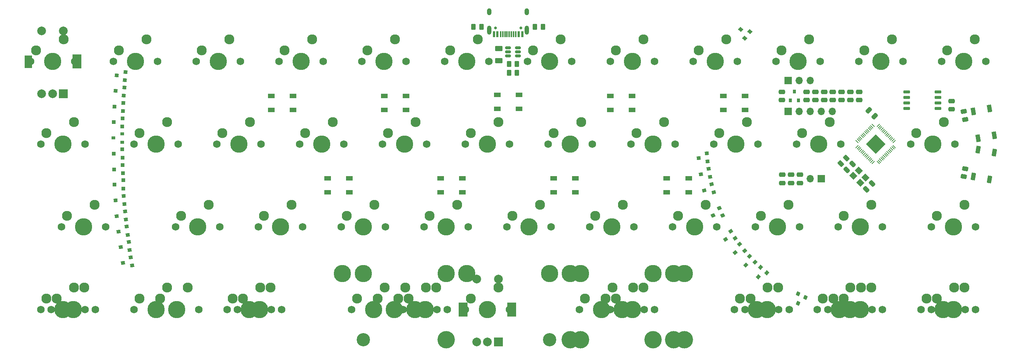
<source format=gbr>
%TF.GenerationSoftware,KiCad,Pcbnew,7.0.7*%
%TF.CreationDate,2023-09-30T22:32:59+02:00*%
%TF.ProjectId,dizzy40,64697a7a-7934-4302-9e6b-696361645f70,rev?*%
%TF.SameCoordinates,Original*%
%TF.FileFunction,Soldermask,Bot*%
%TF.FilePolarity,Negative*%
%FSLAX46Y46*%
G04 Gerber Fmt 4.6, Leading zero omitted, Abs format (unit mm)*
G04 Created by KiCad (PCBNEW 7.0.7) date 2023-09-30 22:32:59*
%MOMM*%
%LPD*%
G01*
G04 APERTURE LIST*
G04 Aperture macros list*
%AMRoundRect*
0 Rectangle with rounded corners*
0 $1 Rounding radius*
0 $2 $3 $4 $5 $6 $7 $8 $9 X,Y pos of 4 corners*
0 Add a 4 corners polygon primitive as box body*
4,1,4,$2,$3,$4,$5,$6,$7,$8,$9,$2,$3,0*
0 Add four circle primitives for the rounded corners*
1,1,$1+$1,$2,$3*
1,1,$1+$1,$4,$5*
1,1,$1+$1,$6,$7*
1,1,$1+$1,$8,$9*
0 Add four rect primitives between the rounded corners*
20,1,$1+$1,$2,$3,$4,$5,0*
20,1,$1+$1,$4,$5,$6,$7,0*
20,1,$1+$1,$6,$7,$8,$9,0*
20,1,$1+$1,$8,$9,$2,$3,0*%
%AMRotRect*
0 Rectangle, with rotation*
0 The origin of the aperture is its center*
0 $1 length*
0 $2 width*
0 $3 Rotation angle, in degrees counterclockwise*
0 Add horizontal line*
21,1,$1,$2,0,0,$3*%
G04 Aperture macros list end*
%ADD10C,1.750000*%
%ADD11C,3.987800*%
%ADD12C,2.300000*%
%ADD13C,4.000000*%
%ADD14C,3.048000*%
%ADD15R,1.600000X1.000000*%
%ADD16RotRect,0.900000X0.800000X205.000000*%
%ADD17RotRect,0.900000X0.800000X185.000000*%
%ADD18RoundRect,0.250000X-0.625000X0.375000X-0.625000X-0.375000X0.625000X-0.375000X0.625000X0.375000X0*%
%ADD19RotRect,0.900000X0.800000X186.000000*%
%ADD20RoundRect,0.250000X-0.475000X0.250000X-0.475000X-0.250000X0.475000X-0.250000X0.475000X0.250000X0*%
%ADD21RoundRect,0.250000X-0.159099X0.512652X-0.512652X0.159099X0.159099X-0.512652X0.512652X-0.159099X0*%
%ADD22RotRect,0.900000X0.800000X190.000000*%
%ADD23RotRect,0.900000X0.800000X182.000000*%
%ADD24RoundRect,0.250000X-0.488746X0.180370X-0.397581X-0.336654X0.488746X-0.180370X0.397581X0.336654X0*%
%ADD25RoundRect,0.250000X-0.132583X0.503814X-0.503814X0.132583X0.132583X-0.503814X0.503814X-0.132583X0*%
%ADD26R,1.700000X1.700000*%
%ADD27O,1.700000X1.700000*%
%ADD28RoundRect,0.250000X0.512652X0.159099X0.159099X0.512652X-0.512652X-0.159099X-0.159099X-0.512652X0*%
%ADD29RotRect,0.900000X0.800000X195.000000*%
%ADD30RotRect,0.900000X0.800000X187.000000*%
%ADD31RoundRect,0.250000X-0.262500X-0.450000X0.262500X-0.450000X0.262500X0.450000X-0.262500X0.450000X0*%
%ADD32R,0.800000X0.900000*%
%ADD33RotRect,0.900000X0.800000X218.000000*%
%ADD34RotRect,0.900000X0.800000X230.000000*%
%ADD35RoundRect,0.250000X0.475000X-0.250000X0.475000X0.250000X-0.475000X0.250000X-0.475000X-0.250000X0*%
%ADD36R,2.000000X2.000000*%
%ADD37C,2.000000*%
%ADD38R,2.000000X3.200000*%
%ADD39RotRect,0.900000X0.800000X177.000000*%
%ADD40RotRect,1.700000X1.000000X80.000000*%
%ADD41RotRect,0.900000X0.800000X223.000000*%
%ADD42RotRect,1.400000X1.200000X315.000000*%
%ADD43RotRect,1.700000X1.000000X100.000000*%
%ADD44RoundRect,0.250000X-0.397581X0.336654X-0.488746X-0.180370X0.397581X-0.336654X0.488746X0.180370X0*%
%ADD45RotRect,0.900000X0.800000X245.000000*%
%ADD46RotRect,0.900000X0.800000X176.000000*%
%ADD47RotRect,0.900000X0.800000X184.000000*%
%ADD48RotRect,0.900000X0.800000X213.000000*%
%ADD49RoundRect,0.150000X-0.650000X-0.150000X0.650000X-0.150000X0.650000X0.150000X-0.650000X0.150000X0*%
%ADD50RotRect,0.900000X0.800000X178.000000*%
%ADD51RotRect,0.900000X0.800000X140.000000*%
%ADD52RotRect,0.900000X0.800000X175.000000*%
%ADD53RoundRect,0.150000X0.512500X0.150000X-0.512500X0.150000X-0.512500X-0.150000X0.512500X-0.150000X0*%
%ADD54RoundRect,0.050000X0.309359X-0.238649X-0.238649X0.309359X-0.309359X0.238649X0.238649X-0.309359X0*%
%ADD55RoundRect,0.050000X0.309359X0.238649X0.238649X0.309359X-0.309359X-0.238649X-0.238649X-0.309359X0*%
%ADD56RoundRect,0.144000X2.059095X0.000000X0.000000X2.059095X-2.059095X0.000000X0.000000X-2.059095X0*%
%ADD57R,1.800000X3.000000*%
%ADD58C,0.650000*%
%ADD59R,0.600000X1.450000*%
%ADD60R,0.300000X1.450000*%
%ADD61O,1.000000X1.600000*%
%ADD62O,1.000000X2.100000*%
%ADD63R,0.900000X0.800000*%
%ADD64RoundRect,0.250000X0.262500X0.450000X-0.262500X0.450000X-0.262500X-0.450000X0.262500X-0.450000X0*%
%ADD65RotRect,0.900000X0.800000X181.000000*%
G04 APERTURE END LIST*
D10*
%TO.C,K18*%
X156862500Y-88910000D03*
D11*
X161942500Y-88910000D03*
D10*
X167022500Y-88910000D03*
D12*
X158132500Y-86370000D03*
X164482500Y-83830000D03*
%TD*%
D10*
%TO.C,K24*%
X71137500Y-107960000D03*
D11*
X76217500Y-107960000D03*
D10*
X81297500Y-107960000D03*
D12*
X72407500Y-105420000D03*
X78757500Y-102880000D03*
%TD*%
D10*
%TO.C,K42*%
X244968750Y-127010000D03*
D11*
X250048750Y-127010000D03*
D10*
X255128750Y-127010000D03*
D12*
X246238750Y-124470000D03*
X252588750Y-121930000D03*
%TD*%
D10*
%TO.C,K10*%
X209250000Y-69860000D03*
D11*
X214330000Y-69860000D03*
D10*
X219410000Y-69860000D03*
D12*
X210520000Y-67320000D03*
X216870000Y-64780000D03*
%TD*%
D10*
%TO.C,K7*%
X152100000Y-69860000D03*
D11*
X157180000Y-69860000D03*
D10*
X162260000Y-69860000D03*
D12*
X153370000Y-67320000D03*
X159720000Y-64780000D03*
%TD*%
D10*
%TO.C,K54*%
X121143750Y-127010000D03*
D11*
X126223750Y-127010000D03*
D10*
X131303750Y-127010000D03*
D12*
X122413750Y-124470000D03*
X128763750Y-121930000D03*
%TD*%
D10*
%TO.C,K22*%
X240206250Y-88910000D03*
D11*
X245286250Y-88910000D03*
D10*
X250366250Y-88910000D03*
D12*
X241476250Y-86370000D03*
X247826250Y-83830000D03*
%TD*%
D10*
%TO.C,K46*%
X116381250Y-127010000D03*
D11*
X121461250Y-127010000D03*
D10*
X126541250Y-127010000D03*
D12*
X117651250Y-124470000D03*
X124001250Y-121930000D03*
%TD*%
D10*
%TO.C,K45*%
X123525000Y-127010000D03*
D11*
X128605000Y-127010000D03*
D10*
X133685000Y-127010000D03*
D12*
X124795000Y-124470000D03*
X131145000Y-121930000D03*
%TD*%
D10*
%TO.C,K26*%
X109237500Y-107960000D03*
D11*
X114317500Y-107960000D03*
D10*
X119397500Y-107960000D03*
D12*
X110507500Y-105420000D03*
X116857500Y-102880000D03*
%TD*%
D10*
%TO.C,K30*%
X185437500Y-107960000D03*
D11*
X190517500Y-107960000D03*
D10*
X195597500Y-107960000D03*
D12*
X186707500Y-105420000D03*
X193057500Y-102880000D03*
%TD*%
D10*
%TO.C,K49*%
X242587500Y-127010000D03*
D11*
X247667500Y-127010000D03*
D10*
X252747500Y-127010000D03*
D12*
X243857500Y-124470000D03*
X250207500Y-121930000D03*
%TD*%
D10*
%TO.C,K37*%
X111618750Y-127010000D03*
D11*
X116698750Y-127010000D03*
D10*
X121778750Y-127010000D03*
D12*
X112888750Y-124470000D03*
X119238750Y-121930000D03*
%TD*%
D10*
%TO.C,K51*%
X42562500Y-127010000D03*
D11*
X47642500Y-127010000D03*
D10*
X52722500Y-127010000D03*
D12*
X43832500Y-124470000D03*
X50182500Y-121930000D03*
%TD*%
D10*
%TO.C,K5*%
X114000000Y-69860000D03*
D11*
X119080000Y-69860000D03*
D10*
X124160000Y-69860000D03*
D12*
X115270000Y-67320000D03*
X121620000Y-64780000D03*
%TD*%
D11*
%TO.C,J3*%
X133367500Y-118755000D03*
X109555000Y-118755000D03*
D13*
X133367500Y-133995000D03*
%TD*%
D10*
%TO.C,K32*%
X223537500Y-107960000D03*
D11*
X228617500Y-107960000D03*
D10*
X233697500Y-107960000D03*
D12*
X224807500Y-105420000D03*
X231157500Y-102880000D03*
%TD*%
D10*
%TO.C,K6*%
X133050000Y-69860000D03*
D11*
X138130000Y-69860000D03*
D10*
X143210000Y-69860000D03*
D12*
X134320000Y-67320000D03*
X140670000Y-64780000D03*
%TD*%
D11*
%TO.C,J5*%
X138130000Y-118755000D03*
D14*
X114317500Y-133995000D03*
D11*
X114317500Y-118755000D03*
%TD*%
D10*
%TO.C,K33*%
X244968750Y-107960000D03*
D11*
X250048750Y-107960000D03*
D10*
X255128750Y-107960000D03*
D12*
X246238750Y-105420000D03*
X252588750Y-102880000D03*
%TD*%
D10*
%TO.C,K29*%
X166387500Y-107960000D03*
D11*
X171467500Y-107960000D03*
D10*
X176547500Y-107960000D03*
D12*
X167657500Y-105420000D03*
X174007500Y-102880000D03*
%TD*%
D11*
%TO.C,J6*%
X180992500Y-118755000D03*
D14*
X157180000Y-133995000D03*
D11*
X157180000Y-118755000D03*
D13*
X180992500Y-133995000D03*
%TD*%
D10*
%TO.C,K35*%
X61612500Y-127010000D03*
D11*
X66692500Y-127010000D03*
D10*
X71772500Y-127010000D03*
D12*
X62882500Y-124470000D03*
X69232500Y-121930000D03*
%TD*%
D10*
%TO.C,K15*%
X99712500Y-88910000D03*
D11*
X104792500Y-88910000D03*
D10*
X109872500Y-88910000D03*
D12*
X100982500Y-86370000D03*
X107332500Y-83830000D03*
%TD*%
D10*
%TO.C,K31*%
X204487500Y-107960000D03*
D11*
X209567500Y-107960000D03*
D10*
X214647500Y-107960000D03*
D12*
X205757500Y-105420000D03*
X212107500Y-102880000D03*
%TD*%
D10*
%TO.C,K58*%
X223537500Y-127010000D03*
D11*
X228617500Y-127010000D03*
D10*
X233697500Y-127010000D03*
D12*
X224807500Y-124470000D03*
X231157500Y-121930000D03*
%TD*%
D10*
%TO.C,K38*%
X137812500Y-127010000D03*
D11*
X142892500Y-127010000D03*
D10*
X147972500Y-127010000D03*
D12*
X139082500Y-124470000D03*
X145432500Y-121930000D03*
%TD*%
D10*
%TO.C,K3*%
X75900000Y-69860000D03*
D11*
X80980000Y-69860000D03*
D10*
X86060000Y-69860000D03*
D12*
X77170000Y-67320000D03*
X83520000Y-64780000D03*
%TD*%
D10*
%TO.C,K19*%
X175912500Y-88910000D03*
D11*
X180992500Y-88910000D03*
D10*
X186072500Y-88910000D03*
D12*
X177182500Y-86370000D03*
X183532500Y-83830000D03*
%TD*%
D10*
%TO.C,K12*%
X40181250Y-88910000D03*
D11*
X45261250Y-88910000D03*
D10*
X50341250Y-88910000D03*
D12*
X41451250Y-86370000D03*
X47801250Y-83830000D03*
%TD*%
D10*
%TO.C,K9*%
X190200000Y-69860000D03*
D11*
X195280000Y-69860000D03*
D10*
X200360000Y-69860000D03*
D12*
X191470000Y-67320000D03*
X197820000Y-64780000D03*
%TD*%
D10*
%TO.C,K8*%
X171150000Y-69860000D03*
D11*
X176230000Y-69860000D03*
D10*
X181310000Y-69860000D03*
D12*
X172420000Y-67320000D03*
X178770000Y-64780000D03*
%TD*%
D10*
%TO.C,K56*%
X199725000Y-127010000D03*
D11*
X204805000Y-127010000D03*
D10*
X209885000Y-127010000D03*
D12*
X200995000Y-124470000D03*
X207345000Y-121930000D03*
%TD*%
D10*
%TO.C,K40*%
X202106250Y-127010000D03*
D11*
X207186250Y-127010000D03*
D10*
X212266250Y-127010000D03*
D12*
X203376250Y-124470000D03*
X209726250Y-121930000D03*
%TD*%
D10*
%TO.C,K36*%
X85425000Y-127010000D03*
D11*
X90505000Y-127010000D03*
D10*
X95585000Y-127010000D03*
D12*
X86695000Y-124470000D03*
X93045000Y-121930000D03*
%TD*%
D10*
%TO.C,K13*%
X61612500Y-88910000D03*
D11*
X66692500Y-88910000D03*
D10*
X71772500Y-88910000D03*
D12*
X62882500Y-86370000D03*
X69232500Y-83830000D03*
%TD*%
D10*
%TO.C,K21*%
X214012500Y-88910000D03*
D11*
X219092500Y-88910000D03*
D10*
X224172500Y-88910000D03*
D12*
X215282500Y-86370000D03*
X221632500Y-83830000D03*
%TD*%
D10*
%TO.C,K20*%
X194962500Y-88910000D03*
D11*
X200042500Y-88910000D03*
D10*
X205122500Y-88910000D03*
D12*
X196232500Y-86370000D03*
X202582500Y-83830000D03*
%TD*%
D11*
%TO.C,J7*%
X185755000Y-118755000D03*
X161942500Y-118755000D03*
D13*
X185755000Y-133995000D03*
X161942500Y-133995000D03*
%TD*%
D10*
%TO.C,K50*%
X218775000Y-127010000D03*
D11*
X223855000Y-127010000D03*
D10*
X228935000Y-127010000D03*
D12*
X220045000Y-124470000D03*
X226395000Y-121930000D03*
%TD*%
D10*
%TO.C,K57*%
X171150000Y-127010000D03*
D11*
X176230000Y-127010000D03*
D10*
X181310000Y-127010000D03*
D12*
X172420000Y-124470000D03*
X178770000Y-121930000D03*
%TD*%
D10*
%TO.C,K52*%
X66375000Y-127010000D03*
D11*
X71455000Y-127010000D03*
D10*
X76535000Y-127010000D03*
D12*
X67645000Y-124470000D03*
X73995000Y-121930000D03*
%TD*%
D10*
%TO.C,K23*%
X44943750Y-107960000D03*
D11*
X50023750Y-107960000D03*
D10*
X55103750Y-107960000D03*
D12*
X46213750Y-105420000D03*
X52563750Y-102880000D03*
%TD*%
D10*
%TO.C,K25*%
X90187500Y-107960000D03*
D11*
X95267500Y-107960000D03*
D10*
X100347500Y-107960000D03*
D12*
X91457500Y-105420000D03*
X97807500Y-102880000D03*
%TD*%
D11*
%TO.C,J8*%
X188136250Y-118755000D03*
X164323750Y-118755000D03*
D13*
X188136250Y-133995000D03*
X164323750Y-133995000D03*
%TD*%
D10*
%TO.C,K53*%
X83043750Y-127010000D03*
D11*
X88123750Y-127010000D03*
D10*
X93203750Y-127010000D03*
D12*
X84313750Y-124470000D03*
X90663750Y-121930000D03*
%TD*%
D10*
%TO.C,K28*%
X147337500Y-107960000D03*
D11*
X152417500Y-107960000D03*
D10*
X157497500Y-107960000D03*
D12*
X148607500Y-105420000D03*
X154957500Y-102880000D03*
%TD*%
D10*
%TO.C,K17*%
X137812500Y-88910000D03*
D11*
X142892500Y-88910000D03*
D10*
X147972500Y-88910000D03*
D12*
X139082500Y-86370000D03*
X145432500Y-83830000D03*
%TD*%
D10*
%TO.C,K39*%
X164006250Y-127010000D03*
D11*
X169086250Y-127010000D03*
D10*
X174166250Y-127010000D03*
D12*
X165276250Y-124470000D03*
X171626250Y-121930000D03*
%TD*%
D10*
%TO.C,K55*%
X168768750Y-127010000D03*
D11*
X173848750Y-127010000D03*
D10*
X178928750Y-127010000D03*
D12*
X170038750Y-124470000D03*
X176388750Y-121930000D03*
%TD*%
D10*
%TO.C,K4*%
X94950000Y-69860000D03*
D11*
X100030000Y-69860000D03*
D10*
X105110000Y-69860000D03*
D12*
X96220000Y-67320000D03*
X102570000Y-64780000D03*
%TD*%
D10*
%TO.C,K27*%
X128287500Y-107960000D03*
D11*
X133367500Y-107960000D03*
D10*
X138447500Y-107960000D03*
D12*
X129557500Y-105420000D03*
X135907500Y-102880000D03*
%TD*%
D10*
%TO.C,K59*%
X247350000Y-69860000D03*
D11*
X252430000Y-69860000D03*
D10*
X257510000Y-69860000D03*
D12*
X248620000Y-67320000D03*
X254970000Y-64780000D03*
%TD*%
D10*
%TO.C,K41*%
X221156250Y-127010000D03*
D11*
X226236250Y-127010000D03*
D10*
X231316250Y-127010000D03*
D12*
X222426250Y-124470000D03*
X228776250Y-121930000D03*
%TD*%
D10*
%TO.C,K34*%
X40181250Y-127010000D03*
D11*
X45261250Y-127010000D03*
D10*
X50341250Y-127010000D03*
D12*
X41451250Y-124470000D03*
X47801250Y-121930000D03*
%TD*%
D10*
%TO.C,K1*%
X37800000Y-69860000D03*
D11*
X42880000Y-69860000D03*
D10*
X47960000Y-69860000D03*
D12*
X39070000Y-67320000D03*
X45420000Y-64780000D03*
%TD*%
D10*
%TO.C,K11*%
X228300000Y-69860000D03*
D11*
X233380000Y-69860000D03*
D10*
X238460000Y-69860000D03*
D12*
X229570000Y-67320000D03*
X235920000Y-64780000D03*
%TD*%
D10*
%TO.C,K16*%
X118762500Y-88910000D03*
D11*
X123842500Y-88910000D03*
D10*
X128922500Y-88910000D03*
D12*
X120032500Y-86370000D03*
X126382500Y-83830000D03*
%TD*%
D10*
%TO.C,K2*%
X56850000Y-69860000D03*
D11*
X61930000Y-69860000D03*
D10*
X67010000Y-69860000D03*
D12*
X58120000Y-67320000D03*
X64470000Y-64780000D03*
%TD*%
D10*
%TO.C,K14*%
X80662500Y-88910000D03*
D11*
X85742500Y-88910000D03*
D10*
X90822500Y-88910000D03*
D12*
X81932500Y-86370000D03*
X88282500Y-83830000D03*
%TD*%
D15*
%TO.C,RGB7*%
X119150000Y-81020000D03*
X119150000Y-77820000D03*
X124150000Y-77820000D03*
X124150000Y-81020000D03*
%TD*%
D16*
%TO.C,D27*%
X196214820Y-103666389D03*
X197017795Y-105388374D03*
X194803692Y-105372618D03*
%TD*%
D17*
%TO.C,D26*%
X193374404Y-91027230D03*
X193540000Y-92920000D03*
X191464812Y-92147927D03*
%TD*%
D15*
%TO.C,RGB5*%
X145150000Y-80810000D03*
X145150000Y-77610000D03*
X150150000Y-77610000D03*
X150150000Y-80810000D03*
%TD*%
D18*
%TO.C,F0*%
X145500000Y-66880000D03*
X145500000Y-69680000D03*
%TD*%
D19*
%TO.C,D38*%
X59541823Y-104394217D03*
X59740427Y-106283808D03*
X57652081Y-105548069D03*
%TD*%
D20*
%TO.C,C6*%
X212750000Y-95970000D03*
X212750000Y-97870000D03*
%TD*%
%TO.C,C14*%
X226350000Y-76880000D03*
X226350000Y-78780000D03*
%TD*%
D21*
%TO.C,C3*%
X226881751Y-93528249D03*
X225538249Y-94871751D03*
%TD*%
D22*
%TO.C,D35*%
X60860000Y-115010000D03*
X61189932Y-116881135D03*
X59055350Y-116292864D03*
%TD*%
D23*
%TO.C,D30*%
X59100000Y-97260000D03*
X59166309Y-99158843D03*
X57134373Y-98279220D03*
%TD*%
D24*
%TO.C,R8*%
X252471546Y-81431363D03*
X252788454Y-83228637D03*
%TD*%
D22*
%TO.C,D20*%
X193760068Y-94618865D03*
X194090000Y-96490000D03*
X191955418Y-95901729D03*
%TD*%
D25*
%TO.C,R5*%
X225425235Y-92144765D03*
X224134765Y-93435235D03*
%TD*%
D20*
%TO.C,C12*%
X220310000Y-76880000D03*
X220310000Y-78780000D03*
%TD*%
D15*
%TO.C,RGB3*%
X171150000Y-81020000D03*
X171150000Y-77820000D03*
X176150000Y-77820000D03*
X176150000Y-81020000D03*
%TD*%
D26*
%TO.C,J1*%
X212070000Y-81400000D03*
D27*
X214610000Y-81400000D03*
X217150000Y-81400000D03*
X219690000Y-81400000D03*
X222230000Y-81400000D03*
%TD*%
D26*
%TO.C,J2*%
X212070000Y-74260000D03*
D27*
X214610000Y-74260000D03*
X217150000Y-74260000D03*
%TD*%
D28*
%TO.C,C10*%
X231921751Y-82491751D03*
X230578249Y-81148249D03*
%TD*%
D20*
%TO.C,C4*%
X218290000Y-76880000D03*
X218290000Y-78780000D03*
%TD*%
D29*
%TO.C,D22*%
X194460048Y-98163551D03*
X194951804Y-99998810D03*
X192774074Y-99598819D03*
%TD*%
D30*
%TO.C,D37*%
X59940000Y-107934162D03*
X60171552Y-109820000D03*
X58070684Y-109120819D03*
%TD*%
D31*
%TO.C,R7*%
X139687500Y-61920000D03*
X141512500Y-61920000D03*
%TD*%
D15*
%TO.C,RGB2*%
X189150000Y-96830000D03*
X189150000Y-100030000D03*
X184150000Y-100030000D03*
X184150000Y-96830000D03*
%TD*%
D32*
%TO.C,U4*%
X214420000Y-78830000D03*
X212520000Y-78830000D03*
X213470000Y-76830000D03*
%TD*%
D20*
%TO.C,C5*%
X249640000Y-78990000D03*
X249640000Y-80890000D03*
%TD*%
%TO.C,C8*%
X214800000Y-95970000D03*
X214800000Y-97870000D03*
%TD*%
D31*
%TO.C,R4*%
X147847500Y-70500000D03*
X149672500Y-70500000D03*
%TD*%
D20*
%TO.C,C11*%
X222330000Y-76880000D03*
X222330000Y-78780000D03*
%TD*%
D15*
%TO.C,RGB9*%
X98150000Y-77820000D03*
X98150000Y-81020000D03*
X93150000Y-81020000D03*
X93150000Y-77820000D03*
%TD*%
D33*
%TO.C,D28*%
X200880243Y-111952779D03*
X202050000Y-113450000D03*
X199889100Y-113932712D03*
%TD*%
D20*
%TO.C,C9*%
X228370000Y-76880000D03*
X228370000Y-78780000D03*
%TD*%
D34*
%TO.C,D32*%
X205715045Y-117323307D03*
X207170530Y-118544604D03*
X205157212Y-119466044D03*
%TD*%
D35*
%TO.C,C1*%
X210620000Y-78780000D03*
X210620000Y-76880000D03*
%TD*%
D23*
%TO.C,D29*%
X58976236Y-93715679D03*
X59042545Y-95614522D03*
X57010609Y-94734899D03*
%TD*%
D30*
%TO.C,D36*%
X60380000Y-111460000D03*
X60611552Y-113345838D03*
X58510684Y-112646657D03*
%TD*%
D36*
%TO.C,ENC2*%
X145392500Y-134510000D03*
D37*
X140392500Y-134510000D03*
X142892500Y-134510000D03*
D38*
X137292500Y-127010000D03*
X148492500Y-127010000D03*
D37*
X140392500Y-120010000D03*
X145392500Y-120010000D03*
%TD*%
D21*
%TO.C,C2*%
X231341751Y-97988249D03*
X229998249Y-99331751D03*
%TD*%
D39*
%TO.C,D19*%
X59148349Y-79443638D03*
X59048910Y-81341034D03*
X57101370Y-80287664D03*
%TD*%
D40*
%TO.C,SW0*%
X258368286Y-97064152D03*
X259462269Y-90859863D03*
X254626017Y-96404289D03*
X255720000Y-90200000D03*
%TD*%
D20*
%TO.C,C17*%
X216270000Y-76880000D03*
X216270000Y-78780000D03*
%TD*%
D41*
%TO.C,D34*%
X203164203Y-114750428D03*
X204460000Y-116140000D03*
X202349394Y-116809210D03*
%TD*%
D15*
%TO.C,RGB8*%
X111150000Y-96830000D03*
X111150000Y-100030000D03*
X106150000Y-100030000D03*
X106150000Y-96830000D03*
%TD*%
D42*
%TO.C,Y0*%
X228263223Y-95051142D03*
X229818858Y-96606777D03*
X228616777Y-97808858D03*
X227061142Y-96253223D03*
%TD*%
D26*
%TO.C,J4*%
X219690000Y-96895000D03*
D27*
X217150000Y-96895000D03*
%TD*%
D31*
%TO.C,R3*%
X147847500Y-72470000D03*
X149672500Y-72470000D03*
%TD*%
D15*
%TO.C,RGB1*%
X197150000Y-81020000D03*
X197150000Y-77820000D03*
X202150000Y-77820000D03*
X202150000Y-81020000D03*
%TD*%
%TO.C,RGB4*%
X163150000Y-96830000D03*
X163150000Y-100030000D03*
X158150000Y-100030000D03*
X158150000Y-96830000D03*
%TD*%
D43*
%TO.C,SW2*%
X259462269Y-86940137D03*
X258368286Y-80735848D03*
X255720000Y-87600000D03*
X254626017Y-81395711D03*
%TD*%
D44*
%TO.C,R1*%
X252766908Y-94562726D03*
X252450000Y-96360000D03*
%TD*%
D45*
%TO.C,D39*%
X214321626Y-123392205D03*
X216043611Y-124195180D03*
X214337382Y-125606308D03*
%TD*%
D46*
%TO.C,D18*%
X59383833Y-75882071D03*
X59251295Y-77777442D03*
X57322436Y-76690244D03*
%TD*%
D20*
%TO.C,C13*%
X224340000Y-76880000D03*
X224340000Y-78780000D03*
%TD*%
D47*
%TO.C,D31*%
X59260000Y-100830000D03*
X59392538Y-102725371D03*
X57331141Y-101917198D03*
%TD*%
D48*
%TO.C,D33*%
X198855185Y-108976526D03*
X199890000Y-110570000D03*
X197695251Y-110862541D03*
%TD*%
D49*
%TO.C,U2*%
X239300000Y-80695000D03*
X239300000Y-79425000D03*
X239300000Y-78155000D03*
X239300000Y-76885000D03*
X246500000Y-76885000D03*
X246500000Y-78155000D03*
X246500000Y-79425000D03*
X246500000Y-80695000D03*
%TD*%
D50*
%TO.C,D25*%
X58980000Y-83000000D03*
X58913691Y-84898843D03*
X56948064Y-83879623D03*
%TD*%
D51*
%TO.C,D21*%
X203252737Y-63057833D03*
X202031440Y-64513318D03*
X201110000Y-62500000D03*
%TD*%
D20*
%TO.C,C7*%
X210710000Y-95970000D03*
X210710000Y-97870000D03*
%TD*%
D52*
%TO.C,D17*%
X59675596Y-72327230D03*
X59510000Y-74220000D03*
X57600408Y-73099303D03*
%TD*%
D53*
%TO.C,U44*%
X149897500Y-66740000D03*
X149897500Y-67690000D03*
X149897500Y-68640000D03*
X147622500Y-68640000D03*
X147622500Y-67690000D03*
X147622500Y-66740000D03*
%TD*%
D54*
%TO.C,U3*%
X236439157Y-89502202D03*
X236156314Y-89785045D03*
X235873472Y-90067887D03*
X235590629Y-90350730D03*
X235307786Y-90633573D03*
X235024944Y-90916415D03*
X234742101Y-91199258D03*
X234459258Y-91482101D03*
X234176415Y-91764944D03*
X233893573Y-92047786D03*
X233610730Y-92330629D03*
X233327887Y-92613472D03*
X233045045Y-92896314D03*
X232762202Y-93179157D03*
D55*
X231577798Y-93179157D03*
X231294955Y-92896314D03*
X231012113Y-92613472D03*
X230729270Y-92330629D03*
X230446427Y-92047786D03*
X230163585Y-91764944D03*
X229880742Y-91482101D03*
X229597899Y-91199258D03*
X229315056Y-90916415D03*
X229032214Y-90633573D03*
X228749371Y-90350730D03*
X228466528Y-90067887D03*
X228183686Y-89785045D03*
X227900843Y-89502202D03*
D54*
X227900843Y-88317798D03*
X228183686Y-88034955D03*
X228466528Y-87752113D03*
X228749371Y-87469270D03*
X229032214Y-87186427D03*
X229315056Y-86903585D03*
X229597899Y-86620742D03*
X229880742Y-86337899D03*
X230163585Y-86055056D03*
X230446427Y-85772214D03*
X230729270Y-85489371D03*
X231012113Y-85206528D03*
X231294955Y-84923686D03*
X231577798Y-84640843D03*
D55*
X232762202Y-84640843D03*
X233045045Y-84923686D03*
X233327887Y-85206528D03*
X233610730Y-85489371D03*
X233893573Y-85772214D03*
X234176415Y-86055056D03*
X234459258Y-86337899D03*
X234742101Y-86620742D03*
X235024944Y-86903585D03*
X235307786Y-87186427D03*
X235590629Y-87469270D03*
X235873472Y-87752113D03*
X236156314Y-88034955D03*
X236439157Y-88317798D03*
D56*
X232170000Y-88910000D03*
%TD*%
D36*
%TO.C,ENC1*%
X45380000Y-77360000D03*
D37*
X40380000Y-77360000D03*
X42880000Y-77360000D03*
D57*
X37280000Y-69960000D03*
D38*
X48480000Y-69860000D03*
D37*
X40380000Y-62860000D03*
X45380000Y-62860000D03*
%TD*%
D58*
%TO.C,J0*%
X144760000Y-62140000D03*
X150540000Y-62140000D03*
D59*
X144400000Y-63585000D03*
X145200000Y-63585000D03*
D60*
X146400000Y-63585000D03*
X147400000Y-63585000D03*
X147900000Y-63585000D03*
X148900000Y-63585000D03*
D59*
X150100000Y-63585000D03*
X150900000Y-63585000D03*
X150900000Y-63585000D03*
X150100000Y-63585000D03*
D60*
X149400000Y-63585000D03*
X148400000Y-63585000D03*
X146900000Y-63585000D03*
X145900000Y-63585000D03*
D59*
X145200000Y-63585000D03*
X144400000Y-63585000D03*
D61*
X143330000Y-58490000D03*
D62*
X143330000Y-62670000D03*
D61*
X151970000Y-58490000D03*
D62*
X151970000Y-62670000D03*
%TD*%
D63*
%TO.C,D24*%
X58890000Y-86580000D03*
X58890000Y-88480000D03*
X56890000Y-87530000D03*
%TD*%
D64*
%TO.C,R6*%
X155642500Y-61920000D03*
X153817500Y-61920000D03*
%TD*%
D15*
%TO.C,RGB6*%
X132150000Y-100030000D03*
X132150000Y-96830000D03*
X137150000Y-96830000D03*
X137150000Y-100030000D03*
%TD*%
D65*
%TO.C,D23*%
X58900000Y-90150000D03*
X58933159Y-92049711D03*
X56916884Y-91134760D03*
%TD*%
M02*

</source>
